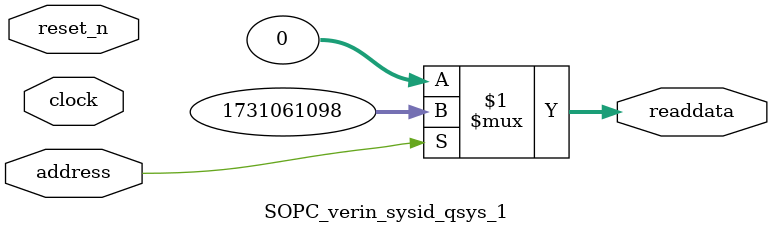
<source format=v>



// synthesis translate_off
`timescale 1ns / 1ps
// synthesis translate_on

// turn off superfluous verilog processor warnings 
// altera message_level Level1 
// altera message_off 10034 10035 10036 10037 10230 10240 10030 

module SOPC_verin_sysid_qsys_1 (
               // inputs:
                address,
                clock,
                reset_n,

               // outputs:
                readdata
             )
;

  output  [ 31: 0] readdata;
  input            address;
  input            clock;
  input            reset_n;

  wire    [ 31: 0] readdata;
  //control_slave, which is an e_avalon_slave
  assign readdata = address ? 1731061098 : 0;

endmodule



</source>
